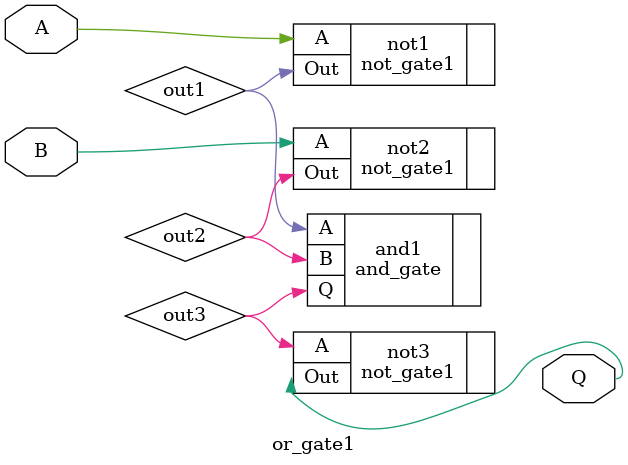
<source format=v>
`timescale 1ns / 1ps


module or_gate1(
    input A,
    input B,
    output Q
    );
    
    wire out1;
    wire out2;
    wire out3;
    
    not_gate1 not1(
        .A(A),
        .Out(out1)
    );
    
    not_gate1 not2(
        .A(B),
        .Out(out2)
    );
    
    and_gate and1(
        .A(out1),
        .B(out2),
        .Q(out3)
    );
    
    not_gate1 not3(
        .A(out3),
        .Out(Q)
    );
         
endmodule

</source>
